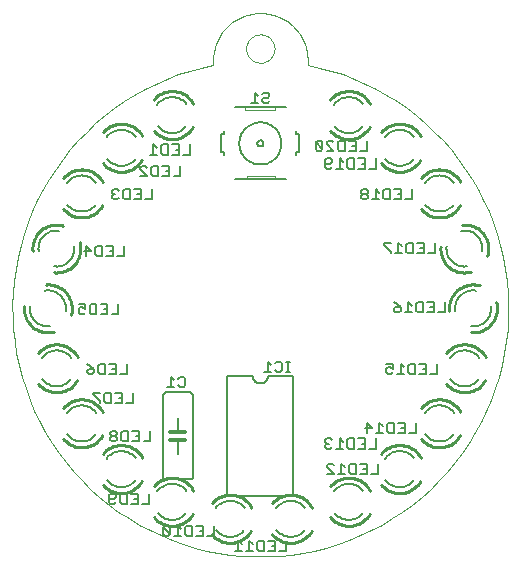
<source format=gbo>
G75*
G70*
%OFA0B0*%
%FSLAX24Y24*%
%IPPOS*%
%LPD*%
%AMOC8*
5,1,8,0,0,1.08239X$1,22.5*
%
%ADD10C,0.0000*%
%ADD11C,0.0060*%
%ADD12C,0.0100*%
%ADD13C,0.0020*%
%ADD14C,0.0120*%
D10*
X008826Y018518D02*
X008432Y018431D01*
X008043Y018326D01*
X007660Y018201D01*
X007283Y018059D01*
X006913Y017897D01*
X006552Y017719D01*
X006200Y017522D01*
X005858Y017309D01*
X005527Y017079D01*
X005207Y016834D01*
X004900Y016573D01*
X004605Y016298D01*
X004325Y016008D01*
X004059Y015705D01*
X003808Y015390D01*
X003572Y015063D01*
X003353Y014724D01*
X003151Y014376D01*
X002966Y014018D01*
X002798Y013651D01*
X002649Y013276D01*
X002518Y012895D01*
X002406Y012508D01*
X002313Y012116D01*
X002239Y011720D01*
X002184Y011320D01*
X002149Y010919D01*
X002134Y010516D01*
X002138Y010113D01*
X002162Y009710D01*
X002205Y009310D01*
X002268Y008911D01*
X002351Y008517D01*
X002452Y008127D01*
X002572Y007742D01*
X002711Y007364D01*
X002868Y006992D01*
X003043Y006629D01*
X003236Y006275D01*
X003446Y005931D01*
X003672Y005597D01*
X003914Y005275D01*
X004171Y004965D01*
X004444Y004668D01*
X004730Y004384D01*
X005030Y004115D01*
X005343Y003860D01*
X005668Y003622D01*
X006004Y003399D01*
X006351Y003193D01*
X006707Y003004D01*
X007072Y002833D01*
X007444Y002680D01*
X007824Y002545D01*
X008210Y002429D01*
X008601Y002331D01*
X008997Y002253D01*
X009396Y002194D01*
X009797Y002155D01*
X010199Y002135D01*
X010603Y002135D01*
X011005Y002155D01*
X011406Y002194D01*
X011805Y002253D01*
X012201Y002331D01*
X012592Y002429D01*
X012978Y002545D01*
X013358Y002680D01*
X013730Y002833D01*
X014095Y003004D01*
X014451Y003193D01*
X014798Y003399D01*
X015134Y003622D01*
X015459Y003860D01*
X015772Y004115D01*
X016072Y004384D01*
X016358Y004668D01*
X016631Y004965D01*
X016888Y005275D01*
X017130Y005597D01*
X017356Y005931D01*
X017566Y006275D01*
X017759Y006629D01*
X017934Y006992D01*
X018091Y007364D01*
X018230Y007742D01*
X018350Y008127D01*
X018451Y008517D01*
X018534Y008911D01*
X018597Y009310D01*
X018640Y009710D01*
X018664Y010113D01*
X018668Y010516D01*
X018653Y010919D01*
X018618Y011320D01*
X018563Y011720D01*
X018489Y012116D01*
X018396Y012508D01*
X018284Y012895D01*
X018153Y013276D01*
X018004Y013651D01*
X017836Y014018D01*
X017651Y014376D01*
X017449Y014724D01*
X017230Y015063D01*
X016994Y015390D01*
X016743Y015705D01*
X016477Y016008D01*
X016197Y016298D01*
X015902Y016573D01*
X015595Y016834D01*
X015275Y017079D01*
X014944Y017309D01*
X014602Y017522D01*
X014250Y017719D01*
X013889Y017897D01*
X013519Y018059D01*
X013142Y018201D01*
X012759Y018326D01*
X012370Y018431D01*
X011976Y018518D01*
X011976Y018669D01*
X011974Y018746D01*
X011968Y018823D01*
X011959Y018900D01*
X011946Y018976D01*
X011929Y019052D01*
X011908Y019126D01*
X011884Y019200D01*
X011856Y019272D01*
X011825Y019342D01*
X011790Y019411D01*
X011752Y019479D01*
X011711Y019544D01*
X011666Y019607D01*
X011618Y019668D01*
X011568Y019727D01*
X011515Y019783D01*
X011459Y019836D01*
X011400Y019886D01*
X011339Y019934D01*
X011276Y019979D01*
X011211Y020020D01*
X011143Y020058D01*
X011074Y020093D01*
X011004Y020124D01*
X010932Y020152D01*
X010858Y020176D01*
X010784Y020197D01*
X010708Y020214D01*
X010632Y020227D01*
X010555Y020236D01*
X010478Y020242D01*
X010401Y020244D01*
X009929Y019063D02*
X009931Y019106D01*
X009937Y019148D01*
X009947Y019190D01*
X009960Y019231D01*
X009977Y019271D01*
X009998Y019308D01*
X010022Y019344D01*
X010049Y019377D01*
X010079Y019408D01*
X010112Y019436D01*
X010147Y019461D01*
X010184Y019482D01*
X010223Y019500D01*
X010263Y019514D01*
X010305Y019525D01*
X010347Y019532D01*
X010390Y019535D01*
X010433Y019534D01*
X010476Y019529D01*
X010518Y019520D01*
X010559Y019508D01*
X010599Y019492D01*
X010637Y019472D01*
X010673Y019449D01*
X010707Y019422D01*
X010739Y019393D01*
X010767Y019361D01*
X010793Y019326D01*
X010815Y019290D01*
X010834Y019251D01*
X010849Y019211D01*
X010861Y019170D01*
X010869Y019127D01*
X010873Y019084D01*
X010873Y019042D01*
X010869Y018999D01*
X010861Y018956D01*
X010849Y018915D01*
X010834Y018875D01*
X010815Y018836D01*
X010793Y018800D01*
X010767Y018765D01*
X010739Y018733D01*
X010707Y018704D01*
X010673Y018677D01*
X010637Y018654D01*
X010599Y018634D01*
X010559Y018618D01*
X010518Y018606D01*
X010476Y018597D01*
X010433Y018592D01*
X010390Y018591D01*
X010347Y018594D01*
X010305Y018601D01*
X010263Y018612D01*
X010223Y018626D01*
X010184Y018644D01*
X010147Y018665D01*
X010112Y018690D01*
X010079Y018718D01*
X010049Y018749D01*
X010022Y018782D01*
X009998Y018818D01*
X009977Y018855D01*
X009960Y018895D01*
X009947Y018936D01*
X009937Y018978D01*
X009931Y019020D01*
X009929Y019063D01*
X008826Y018669D02*
X008828Y018746D01*
X008834Y018823D01*
X008843Y018900D01*
X008856Y018976D01*
X008873Y019052D01*
X008894Y019126D01*
X008918Y019200D01*
X008946Y019272D01*
X008977Y019342D01*
X009012Y019411D01*
X009050Y019479D01*
X009091Y019544D01*
X009136Y019607D01*
X009184Y019668D01*
X009234Y019727D01*
X009287Y019783D01*
X009343Y019836D01*
X009402Y019886D01*
X009463Y019934D01*
X009526Y019979D01*
X009591Y020020D01*
X009659Y020058D01*
X009728Y020093D01*
X009798Y020124D01*
X009870Y020152D01*
X009944Y020176D01*
X010018Y020197D01*
X010094Y020214D01*
X010170Y020227D01*
X010247Y020236D01*
X010324Y020242D01*
X010401Y020244D01*
X008826Y018669D02*
X008826Y018518D01*
D11*
X005346Y004169D02*
X005346Y003942D01*
X005402Y003885D01*
X005516Y003885D01*
X005572Y003942D01*
X005516Y004055D02*
X005346Y004055D01*
X005346Y004169D02*
X005402Y004225D01*
X005516Y004225D01*
X005572Y004169D01*
X005572Y004112D01*
X005516Y004055D01*
X005714Y003942D02*
X005714Y004169D01*
X005771Y004225D01*
X005941Y004225D01*
X005941Y003885D01*
X005771Y003885D01*
X005714Y003942D01*
X006082Y003885D02*
X006309Y003885D01*
X006309Y004225D01*
X006082Y004225D01*
X006196Y004055D02*
X006309Y004055D01*
X006451Y003885D02*
X006677Y003885D01*
X006677Y004225D01*
X007251Y004701D02*
X008051Y004701D01*
X008068Y004703D01*
X008085Y004707D01*
X008101Y004714D01*
X008115Y004724D01*
X008128Y004737D01*
X008138Y004751D01*
X008145Y004767D01*
X008149Y004784D01*
X008151Y004801D01*
X008151Y007501D01*
X008149Y007518D01*
X008145Y007535D01*
X008138Y007551D01*
X008128Y007565D01*
X008115Y007578D01*
X008101Y007588D01*
X008085Y007595D01*
X008068Y007599D01*
X008051Y007601D01*
X007251Y007601D01*
X007234Y007599D01*
X007217Y007595D01*
X007201Y007588D01*
X007187Y007578D01*
X007174Y007565D01*
X007164Y007551D01*
X007157Y007535D01*
X007153Y007518D01*
X007151Y007501D01*
X007151Y004801D01*
X007153Y004784D01*
X007157Y004767D01*
X007164Y004751D01*
X007174Y004737D01*
X007187Y004724D01*
X007201Y004714D01*
X007217Y004707D01*
X007234Y004703D01*
X007251Y004701D01*
X007931Y003587D02*
X007901Y003552D01*
X007870Y003519D01*
X007835Y003489D01*
X007799Y003462D01*
X007761Y003438D01*
X007721Y003416D01*
X007679Y003398D01*
X007636Y003382D01*
X007592Y003370D01*
X007548Y003362D01*
X007502Y003357D01*
X007457Y003355D01*
X007333Y003157D02*
X007219Y003157D01*
X007163Y003100D01*
X007389Y002873D01*
X007333Y002817D01*
X007219Y002817D01*
X007163Y002873D01*
X007163Y003100D01*
X007333Y003157D02*
X007389Y003100D01*
X007389Y002873D01*
X007531Y002817D02*
X007758Y002817D01*
X007644Y002817D02*
X007644Y003157D01*
X007758Y003044D01*
X007899Y003100D02*
X007956Y003157D01*
X008126Y003157D01*
X008126Y002817D01*
X007956Y002817D01*
X007899Y002873D01*
X007899Y003100D01*
X008268Y003157D02*
X008494Y003157D01*
X008494Y002817D01*
X008268Y002817D01*
X008381Y002987D02*
X008494Y002987D01*
X008636Y002817D02*
X008863Y002817D01*
X008863Y003157D01*
X009393Y002787D02*
X009438Y002789D01*
X009484Y002794D01*
X009528Y002802D01*
X009572Y002814D01*
X009615Y002830D01*
X009657Y002848D01*
X009697Y002870D01*
X009735Y002894D01*
X009771Y002921D01*
X009806Y002951D01*
X009837Y002984D01*
X009867Y003019D01*
X010036Y002657D02*
X010036Y002317D01*
X009923Y002317D02*
X010150Y002317D01*
X010291Y002373D02*
X010291Y002600D01*
X010348Y002657D01*
X010518Y002657D01*
X010518Y002317D01*
X010348Y002317D01*
X010291Y002373D01*
X010150Y002544D02*
X010036Y002657D01*
X009782Y002544D02*
X009668Y002657D01*
X009668Y002317D01*
X009555Y002317D02*
X009782Y002317D01*
X010660Y002317D02*
X010886Y002317D01*
X010886Y002657D01*
X010660Y002657D01*
X010773Y002487D02*
X010886Y002487D01*
X011028Y002317D02*
X011255Y002317D01*
X011255Y002657D01*
X011410Y002787D02*
X011455Y002789D01*
X011501Y002794D01*
X011545Y002802D01*
X011589Y002814D01*
X011632Y002830D01*
X011674Y002848D01*
X011714Y002870D01*
X011752Y002894D01*
X011788Y002921D01*
X011823Y002951D01*
X011854Y002984D01*
X011884Y003019D01*
X011410Y002787D02*
X011365Y002789D01*
X011319Y002794D01*
X011275Y002802D01*
X011231Y002814D01*
X011188Y002830D01*
X011146Y002848D01*
X011106Y002870D01*
X011068Y002894D01*
X011032Y002921D01*
X010997Y002951D01*
X010966Y002984D01*
X010936Y003019D01*
X011410Y003987D02*
X011456Y003985D01*
X011502Y003980D01*
X011548Y003971D01*
X011593Y003959D01*
X011636Y003943D01*
X011678Y003924D01*
X011719Y003901D01*
X011758Y003876D01*
X011794Y003848D01*
X011829Y003817D01*
X011861Y003783D01*
X011890Y003747D01*
X011501Y004151D02*
X009301Y004151D01*
X009301Y008151D01*
X010151Y008151D01*
X010153Y008121D01*
X010158Y008091D01*
X010167Y008062D01*
X010180Y008035D01*
X010195Y008009D01*
X010214Y007985D01*
X010235Y007964D01*
X010259Y007945D01*
X010285Y007930D01*
X010312Y007917D01*
X010341Y007908D01*
X010371Y007903D01*
X010401Y007901D01*
X010431Y007903D01*
X010461Y007908D01*
X010490Y007917D01*
X010517Y007930D01*
X010543Y007945D01*
X010567Y007964D01*
X010588Y007985D01*
X010607Y008009D01*
X010622Y008035D01*
X010635Y008062D01*
X010644Y008091D01*
X010649Y008121D01*
X010651Y008151D01*
X011501Y008151D01*
X011501Y004151D01*
X011410Y003987D02*
X011363Y003985D01*
X011315Y003979D01*
X011269Y003970D01*
X011223Y003957D01*
X011179Y003941D01*
X011135Y003921D01*
X011094Y003897D01*
X011055Y003871D01*
X011018Y003841D01*
X010983Y003808D01*
X010951Y003773D01*
X010922Y003736D01*
X009393Y002787D02*
X009348Y002789D01*
X009302Y002794D01*
X009258Y002802D01*
X009214Y002814D01*
X009171Y002830D01*
X009129Y002848D01*
X009089Y002870D01*
X009051Y002894D01*
X009015Y002921D01*
X008980Y002951D01*
X008949Y002984D01*
X008919Y003019D01*
X009393Y003987D02*
X009439Y003985D01*
X009485Y003980D01*
X009531Y003971D01*
X009576Y003959D01*
X009619Y003943D01*
X009661Y003924D01*
X009702Y003901D01*
X009741Y003876D01*
X009777Y003848D01*
X009812Y003817D01*
X009844Y003783D01*
X009873Y003747D01*
X009393Y003987D02*
X009346Y003985D01*
X009298Y003979D01*
X009252Y003970D01*
X009206Y003957D01*
X009162Y003941D01*
X009118Y003921D01*
X009077Y003897D01*
X009038Y003871D01*
X009001Y003841D01*
X008966Y003808D01*
X008934Y003773D01*
X008905Y003736D01*
X007457Y003355D02*
X007412Y003357D01*
X007366Y003362D01*
X007322Y003370D01*
X007278Y003382D01*
X007235Y003398D01*
X007193Y003416D01*
X007153Y003438D01*
X007115Y003462D01*
X007079Y003489D01*
X007044Y003519D01*
X007013Y003552D01*
X006983Y003587D01*
X007457Y004555D02*
X007503Y004553D01*
X007549Y004548D01*
X007595Y004539D01*
X007640Y004527D01*
X007683Y004511D01*
X007725Y004492D01*
X007766Y004469D01*
X007805Y004444D01*
X007841Y004416D01*
X007876Y004385D01*
X007908Y004351D01*
X007937Y004315D01*
X007457Y004555D02*
X007410Y004553D01*
X007362Y004547D01*
X007316Y004538D01*
X007270Y004525D01*
X007226Y004509D01*
X007182Y004489D01*
X007141Y004465D01*
X007102Y004439D01*
X007065Y004409D01*
X007030Y004376D01*
X006998Y004341D01*
X006969Y004304D01*
X006235Y004678D02*
X006205Y004643D01*
X006174Y004610D01*
X006139Y004580D01*
X006103Y004553D01*
X006065Y004529D01*
X006025Y004507D01*
X005983Y004489D01*
X005940Y004473D01*
X005896Y004461D01*
X005852Y004453D01*
X005806Y004448D01*
X005761Y004446D01*
X005716Y004448D01*
X005670Y004453D01*
X005626Y004461D01*
X005582Y004473D01*
X005539Y004489D01*
X005497Y004507D01*
X005457Y004529D01*
X005419Y004553D01*
X005383Y004580D01*
X005348Y004610D01*
X005317Y004643D01*
X005287Y004678D01*
X005761Y005646D02*
X005807Y005644D01*
X005853Y005639D01*
X005899Y005630D01*
X005944Y005618D01*
X005987Y005602D01*
X006029Y005583D01*
X006070Y005560D01*
X006109Y005535D01*
X006145Y005507D01*
X006180Y005476D01*
X006212Y005442D01*
X006241Y005406D01*
X006135Y005976D02*
X006362Y005976D01*
X006362Y006316D01*
X006135Y006316D01*
X005994Y006316D02*
X005824Y006316D01*
X005767Y006259D01*
X005767Y006032D01*
X005824Y005976D01*
X005994Y005976D01*
X005994Y006316D01*
X005626Y006259D02*
X005626Y006202D01*
X005569Y006146D01*
X005455Y006146D01*
X005399Y006089D01*
X005399Y006032D01*
X005455Y005976D01*
X005569Y005976D01*
X005626Y006032D01*
X005626Y006089D01*
X005569Y006146D01*
X005455Y006146D02*
X005399Y006202D01*
X005399Y006259D01*
X005455Y006316D01*
X005569Y006316D01*
X005626Y006259D01*
X006249Y006146D02*
X006362Y006146D01*
X006504Y005976D02*
X006731Y005976D01*
X006731Y006316D01*
X007651Y006271D02*
X007651Y006751D01*
X007651Y006021D02*
X007651Y005551D01*
X006160Y007250D02*
X005933Y007250D01*
X005791Y007250D02*
X005564Y007250D01*
X005423Y007250D02*
X005253Y007250D01*
X005196Y007307D01*
X005196Y007534D01*
X005253Y007590D01*
X005423Y007590D01*
X005423Y007250D01*
X005678Y007420D02*
X005791Y007420D01*
X005791Y007590D02*
X005791Y007250D01*
X005791Y007590D02*
X005564Y007590D01*
X005055Y007590D02*
X004828Y007590D01*
X004828Y007534D01*
X005055Y007307D01*
X005055Y007250D01*
X004914Y006202D02*
X004884Y006167D01*
X004853Y006134D01*
X004818Y006104D01*
X004782Y006077D01*
X004744Y006053D01*
X004704Y006031D01*
X004662Y006013D01*
X004619Y005997D01*
X004575Y005985D01*
X004531Y005977D01*
X004485Y005972D01*
X004440Y005970D01*
X004395Y005972D01*
X004349Y005977D01*
X004305Y005985D01*
X004261Y005997D01*
X004218Y006013D01*
X004176Y006031D01*
X004136Y006053D01*
X004098Y006077D01*
X004062Y006104D01*
X004027Y006134D01*
X003996Y006167D01*
X003966Y006202D01*
X004440Y007170D02*
X004486Y007168D01*
X004532Y007163D01*
X004578Y007154D01*
X004623Y007142D01*
X004666Y007126D01*
X004708Y007107D01*
X004749Y007084D01*
X004788Y007059D01*
X004824Y007031D01*
X004859Y007000D01*
X004891Y006966D01*
X004920Y006930D01*
X004440Y007170D02*
X004393Y007168D01*
X004345Y007162D01*
X004299Y007153D01*
X004253Y007140D01*
X004209Y007124D01*
X004165Y007104D01*
X004124Y007080D01*
X004085Y007054D01*
X004048Y007024D01*
X004013Y006991D01*
X003981Y006956D01*
X003952Y006919D01*
X004672Y008210D02*
X004615Y008266D01*
X004615Y008323D01*
X004672Y008380D01*
X004842Y008380D01*
X004842Y008266D01*
X004785Y008210D01*
X004672Y008210D01*
X004842Y008380D02*
X004728Y008493D01*
X004615Y008550D01*
X004983Y008493D02*
X005040Y008550D01*
X005210Y008550D01*
X005210Y008210D01*
X005040Y008210D01*
X004983Y008266D01*
X004983Y008493D01*
X005352Y008550D02*
X005578Y008550D01*
X005578Y008210D01*
X005352Y008210D01*
X005465Y008380D02*
X005578Y008380D01*
X005720Y008210D02*
X005947Y008210D01*
X005947Y008550D01*
X006160Y007590D02*
X006160Y007250D01*
X007301Y007781D02*
X007528Y007781D01*
X007415Y007781D02*
X007415Y008122D01*
X007528Y008008D01*
X007669Y008065D02*
X007726Y008122D01*
X007840Y008122D01*
X007896Y008065D01*
X007896Y007838D01*
X007840Y007781D01*
X007726Y007781D01*
X007669Y007838D01*
X005670Y010207D02*
X005443Y010207D01*
X005302Y010207D02*
X005302Y010547D01*
X005075Y010547D01*
X004933Y010547D02*
X004933Y010207D01*
X004763Y010207D01*
X004706Y010264D01*
X004706Y010490D01*
X004763Y010547D01*
X004933Y010547D01*
X005188Y010377D02*
X005302Y010377D01*
X005302Y010207D02*
X005075Y010207D01*
X004565Y010264D02*
X004508Y010207D01*
X004395Y010207D01*
X004338Y010264D01*
X004338Y010377D01*
X004395Y010434D01*
X004452Y010434D01*
X004565Y010377D01*
X004565Y010547D01*
X004338Y010547D01*
X003389Y009806D02*
X003344Y009802D01*
X003299Y009801D01*
X003253Y009804D01*
X003208Y009811D01*
X003164Y009820D01*
X003120Y009833D01*
X003078Y009850D01*
X003037Y009869D01*
X002997Y009892D01*
X002960Y009918D01*
X002924Y009946D01*
X002891Y009977D01*
X002860Y010010D01*
X002832Y010046D01*
X002806Y010083D01*
X002783Y010123D01*
X002764Y010164D01*
X002747Y010206D01*
X002734Y010250D01*
X002725Y010294D01*
X002718Y010339D01*
X002715Y010385D01*
X002716Y010430D01*
X002720Y010475D01*
X003739Y010825D02*
X003771Y010791D01*
X003800Y010755D01*
X003825Y010716D01*
X003848Y010676D01*
X003868Y010634D01*
X003884Y010591D01*
X003897Y010546D01*
X003907Y010501D01*
X003913Y010455D01*
X003915Y010409D01*
X003914Y010362D01*
X003909Y010316D01*
X003739Y010825D02*
X003704Y010858D01*
X003667Y010887D01*
X003627Y010913D01*
X003586Y010936D01*
X003543Y010956D01*
X003498Y010972D01*
X003452Y010985D01*
X003406Y010994D01*
X003358Y010999D01*
X003311Y011001D01*
X003263Y010999D01*
X003216Y010993D01*
X004026Y011974D02*
X004057Y012007D01*
X004085Y012043D01*
X004111Y012080D01*
X004134Y012120D01*
X004153Y012161D01*
X004170Y012203D01*
X004183Y012247D01*
X004192Y012291D01*
X004199Y012336D01*
X004202Y012382D01*
X004201Y012427D01*
X004197Y012472D01*
X004527Y012314D02*
X004754Y012314D01*
X004584Y012484D01*
X004584Y012144D01*
X004895Y012201D02*
X004895Y012428D01*
X004952Y012484D01*
X005122Y012484D01*
X005122Y012144D01*
X004952Y012144D01*
X004895Y012201D01*
X005264Y012144D02*
X005491Y012144D01*
X005491Y012484D01*
X005264Y012484D01*
X005377Y012314D02*
X005491Y012314D01*
X005632Y012144D02*
X005859Y012144D01*
X005859Y012484D01*
X005878Y014038D02*
X005821Y014094D01*
X005821Y014321D01*
X005878Y014378D01*
X006048Y014378D01*
X006048Y014038D01*
X005878Y014038D01*
X005680Y014094D02*
X005623Y014038D01*
X005510Y014038D01*
X005453Y014094D01*
X005453Y014151D01*
X005510Y014208D01*
X005566Y014208D01*
X005510Y014208D02*
X005453Y014264D01*
X005453Y014321D01*
X005510Y014378D01*
X005623Y014378D01*
X005680Y014321D01*
X006189Y014378D02*
X006416Y014378D01*
X006416Y014038D01*
X006189Y014038D01*
X006303Y014208D02*
X006416Y014208D01*
X006558Y014038D02*
X006785Y014038D01*
X006785Y014378D01*
X006824Y014812D02*
X006767Y014869D01*
X006767Y015096D01*
X006824Y015152D01*
X006994Y015152D01*
X006994Y014812D01*
X006824Y014812D01*
X006626Y014812D02*
X006399Y015039D01*
X006399Y015096D01*
X006455Y015152D01*
X006569Y015152D01*
X006626Y015096D01*
X006626Y014812D02*
X006399Y014812D01*
X006721Y015527D02*
X006947Y015527D01*
X006834Y015527D02*
X006834Y015868D01*
X006947Y015754D01*
X007089Y015811D02*
X007089Y015584D01*
X007146Y015527D01*
X007316Y015527D01*
X007316Y015868D01*
X007146Y015868D01*
X007089Y015811D01*
X007457Y015868D02*
X007684Y015868D01*
X007684Y015527D01*
X007457Y015527D01*
X007571Y015698D02*
X007684Y015698D01*
X007826Y015527D02*
X008052Y015527D01*
X008052Y015868D01*
X007731Y015152D02*
X007731Y014812D01*
X007504Y014812D01*
X007362Y014812D02*
X007362Y015152D01*
X007135Y015152D01*
X007249Y014982D02*
X007362Y014982D01*
X007362Y014812D02*
X007135Y014812D01*
X006235Y015389D02*
X006205Y015354D01*
X006174Y015321D01*
X006139Y015291D01*
X006103Y015264D01*
X006065Y015240D01*
X006025Y015218D01*
X005983Y015200D01*
X005940Y015184D01*
X005896Y015172D01*
X005852Y015164D01*
X005806Y015159D01*
X005761Y015157D01*
X005716Y015159D01*
X005670Y015164D01*
X005626Y015172D01*
X005582Y015184D01*
X005539Y015200D01*
X005497Y015218D01*
X005457Y015240D01*
X005419Y015264D01*
X005383Y015291D01*
X005348Y015321D01*
X005317Y015354D01*
X005287Y015389D01*
X005761Y016357D02*
X005807Y016355D01*
X005853Y016350D01*
X005899Y016341D01*
X005944Y016329D01*
X005987Y016313D01*
X006029Y016294D01*
X006070Y016271D01*
X006109Y016246D01*
X006145Y016218D01*
X006180Y016187D01*
X006212Y016153D01*
X006241Y016117D01*
X005761Y016357D02*
X005714Y016355D01*
X005666Y016349D01*
X005620Y016340D01*
X005574Y016327D01*
X005530Y016311D01*
X005486Y016291D01*
X005445Y016267D01*
X005406Y016241D01*
X005369Y016211D01*
X005334Y016178D01*
X005302Y016143D01*
X005273Y016106D01*
X004914Y013865D02*
X004884Y013830D01*
X004853Y013797D01*
X004818Y013767D01*
X004782Y013740D01*
X004744Y013716D01*
X004704Y013694D01*
X004662Y013676D01*
X004619Y013660D01*
X004575Y013648D01*
X004531Y013640D01*
X004485Y013635D01*
X004440Y013633D01*
X004395Y013635D01*
X004349Y013640D01*
X004305Y013648D01*
X004261Y013660D01*
X004218Y013676D01*
X004176Y013694D01*
X004136Y013716D01*
X004098Y013740D01*
X004062Y013767D01*
X004027Y013797D01*
X003996Y013830D01*
X003966Y013865D01*
X004440Y014833D02*
X004486Y014831D01*
X004532Y014826D01*
X004578Y014817D01*
X004623Y014805D01*
X004666Y014789D01*
X004708Y014770D01*
X004749Y014747D01*
X004788Y014722D01*
X004824Y014694D01*
X004859Y014663D01*
X004891Y014629D01*
X004920Y014593D01*
X004440Y014833D02*
X004393Y014831D01*
X004345Y014825D01*
X004299Y014816D01*
X004253Y014803D01*
X004209Y014787D01*
X004165Y014767D01*
X004124Y014743D01*
X004085Y014717D01*
X004048Y014687D01*
X004013Y014654D01*
X003981Y014619D01*
X003952Y014582D01*
X004026Y011974D02*
X003993Y011943D01*
X003957Y011915D01*
X003920Y011889D01*
X003880Y011866D01*
X003839Y011847D01*
X003797Y011830D01*
X003753Y011817D01*
X003709Y011808D01*
X003664Y011801D01*
X003618Y011798D01*
X003573Y011799D01*
X003528Y011803D01*
X003178Y012822D02*
X003212Y012854D01*
X003248Y012883D01*
X003287Y012908D01*
X003327Y012931D01*
X003369Y012951D01*
X003412Y012967D01*
X003457Y012980D01*
X003502Y012990D01*
X003548Y012996D01*
X003594Y012998D01*
X003641Y012997D01*
X003687Y012992D01*
X003178Y012822D02*
X003145Y012787D01*
X003116Y012750D01*
X003090Y012710D01*
X003067Y012669D01*
X003047Y012626D01*
X003031Y012581D01*
X003018Y012535D01*
X003009Y012489D01*
X003004Y012441D01*
X003002Y012394D01*
X003004Y012346D01*
X003010Y012299D01*
X005670Y010547D02*
X005670Y010207D01*
X004076Y008037D02*
X004046Y008002D01*
X004015Y007969D01*
X003980Y007939D01*
X003944Y007912D01*
X003906Y007888D01*
X003866Y007866D01*
X003824Y007848D01*
X003781Y007832D01*
X003737Y007820D01*
X003693Y007812D01*
X003647Y007807D01*
X003602Y007805D01*
X003557Y007807D01*
X003511Y007812D01*
X003467Y007820D01*
X003423Y007832D01*
X003380Y007848D01*
X003338Y007866D01*
X003298Y007888D01*
X003260Y007912D01*
X003224Y007939D01*
X003189Y007969D01*
X003158Y008002D01*
X003128Y008037D01*
X003602Y009005D02*
X003648Y009003D01*
X003694Y008998D01*
X003740Y008989D01*
X003785Y008977D01*
X003828Y008961D01*
X003870Y008942D01*
X003911Y008919D01*
X003950Y008894D01*
X003986Y008866D01*
X004021Y008835D01*
X004053Y008801D01*
X004082Y008765D01*
X003602Y009005D02*
X003555Y009003D01*
X003507Y008997D01*
X003461Y008988D01*
X003415Y008975D01*
X003371Y008959D01*
X003327Y008939D01*
X003286Y008915D01*
X003247Y008889D01*
X003210Y008859D01*
X003175Y008826D01*
X003143Y008791D01*
X003114Y008754D01*
X005273Y005395D02*
X005302Y005432D01*
X005334Y005467D01*
X005369Y005500D01*
X005406Y005530D01*
X005445Y005556D01*
X005486Y005580D01*
X005530Y005600D01*
X005574Y005616D01*
X005620Y005629D01*
X005666Y005638D01*
X005714Y005644D01*
X005761Y005646D01*
X010531Y008291D02*
X010757Y008291D01*
X010644Y008291D02*
X010644Y008632D01*
X010757Y008518D01*
X010899Y008575D02*
X010956Y008632D01*
X011069Y008632D01*
X011126Y008575D01*
X011126Y008348D01*
X011069Y008291D01*
X010956Y008291D01*
X010899Y008348D01*
X011258Y008291D02*
X011371Y008291D01*
X011315Y008291D02*
X011315Y008632D01*
X011371Y008632D02*
X011258Y008632D01*
X012619Y006066D02*
X012562Y006009D01*
X012562Y005952D01*
X012619Y005896D01*
X012562Y005839D01*
X012562Y005782D01*
X012619Y005726D01*
X012732Y005726D01*
X012789Y005782D01*
X012930Y005726D02*
X013157Y005726D01*
X013044Y005726D02*
X013044Y006066D01*
X013157Y005952D01*
X013299Y006009D02*
X013355Y006066D01*
X013525Y006066D01*
X013525Y005726D01*
X013355Y005726D01*
X013299Y005782D01*
X013299Y006009D01*
X013667Y006066D02*
X013894Y006066D01*
X013894Y005726D01*
X013667Y005726D01*
X013780Y005896D02*
X013894Y005896D01*
X014035Y005726D02*
X014262Y005726D01*
X014262Y006066D01*
X014251Y006250D02*
X014478Y006250D01*
X014365Y006250D02*
X014365Y006590D01*
X014478Y006477D01*
X014619Y006534D02*
X014619Y006307D01*
X014676Y006250D01*
X014846Y006250D01*
X014846Y006590D01*
X014676Y006590D01*
X014619Y006534D01*
X014988Y006590D02*
X015215Y006590D01*
X015215Y006250D01*
X014988Y006250D01*
X015101Y006420D02*
X015215Y006420D01*
X015356Y006250D02*
X015583Y006250D01*
X015583Y006590D01*
X016363Y005970D02*
X016408Y005972D01*
X016454Y005977D01*
X016498Y005985D01*
X016542Y005997D01*
X016585Y006013D01*
X016627Y006031D01*
X016667Y006053D01*
X016705Y006077D01*
X016741Y006104D01*
X016776Y006134D01*
X016807Y006167D01*
X016837Y006202D01*
X016363Y005970D02*
X016318Y005972D01*
X016272Y005977D01*
X016228Y005985D01*
X016184Y005997D01*
X016141Y006013D01*
X016099Y006031D01*
X016059Y006053D01*
X016021Y006077D01*
X015985Y006104D01*
X015950Y006134D01*
X015919Y006167D01*
X015889Y006202D01*
X016363Y007170D02*
X016409Y007168D01*
X016455Y007163D01*
X016501Y007154D01*
X016546Y007142D01*
X016589Y007126D01*
X016631Y007107D01*
X016672Y007084D01*
X016711Y007059D01*
X016747Y007031D01*
X016782Y007000D01*
X016814Y006966D01*
X016843Y006930D01*
X016363Y007170D02*
X016316Y007168D01*
X016268Y007162D01*
X016222Y007153D01*
X016176Y007140D01*
X016132Y007124D01*
X016088Y007104D01*
X016047Y007080D01*
X016008Y007054D01*
X015971Y007024D01*
X015936Y006991D01*
X015904Y006956D01*
X015875Y006919D01*
X015928Y008210D02*
X015701Y008210D01*
X015559Y008210D02*
X015389Y008210D01*
X015332Y008266D01*
X015332Y008493D01*
X015389Y008550D01*
X015559Y008550D01*
X015559Y008210D01*
X015191Y008210D02*
X014964Y008210D01*
X015077Y008210D02*
X015077Y008550D01*
X015191Y008437D01*
X014823Y008380D02*
X014709Y008437D01*
X014652Y008437D01*
X014596Y008380D01*
X014596Y008266D01*
X014652Y008210D01*
X014766Y008210D01*
X014823Y008266D01*
X014823Y008380D02*
X014823Y008550D01*
X014596Y008550D01*
X015701Y008550D02*
X015928Y008550D01*
X015928Y008210D01*
X016069Y008210D02*
X016296Y008210D01*
X016296Y008550D01*
X015928Y008380D02*
X015814Y008380D01*
X017201Y007805D02*
X017246Y007807D01*
X017292Y007812D01*
X017336Y007820D01*
X017380Y007832D01*
X017423Y007848D01*
X017465Y007866D01*
X017505Y007888D01*
X017543Y007912D01*
X017579Y007939D01*
X017614Y007969D01*
X017645Y008002D01*
X017675Y008037D01*
X017201Y007805D02*
X017156Y007807D01*
X017110Y007812D01*
X017066Y007820D01*
X017022Y007832D01*
X016979Y007848D01*
X016937Y007866D01*
X016897Y007888D01*
X016859Y007912D01*
X016823Y007939D01*
X016788Y007969D01*
X016757Y008002D01*
X016727Y008037D01*
X017201Y009005D02*
X017247Y009003D01*
X017293Y008998D01*
X017339Y008989D01*
X017384Y008977D01*
X017427Y008961D01*
X017469Y008942D01*
X017510Y008919D01*
X017549Y008894D01*
X017585Y008866D01*
X017620Y008835D01*
X017652Y008801D01*
X017681Y008765D01*
X017201Y009005D02*
X017154Y009003D01*
X017106Y008997D01*
X017060Y008988D01*
X017014Y008975D01*
X016970Y008959D01*
X016926Y008939D01*
X016885Y008915D01*
X016846Y008889D01*
X016809Y008859D01*
X016774Y008826D01*
X016742Y008791D01*
X016713Y008754D01*
X016545Y010270D02*
X016318Y010270D01*
X016177Y010270D02*
X015950Y010270D01*
X015808Y010270D02*
X015638Y010270D01*
X015581Y010327D01*
X015581Y010554D01*
X015638Y010610D01*
X015808Y010610D01*
X015808Y010270D01*
X016063Y010440D02*
X016177Y010440D01*
X016177Y010610D02*
X016177Y010270D01*
X016177Y010610D02*
X015950Y010610D01*
X015440Y010497D02*
X015327Y010610D01*
X015327Y010270D01*
X015440Y010270D02*
X015213Y010270D01*
X015072Y010327D02*
X015072Y010440D01*
X014902Y010440D01*
X014845Y010383D01*
X014845Y010327D01*
X014902Y010270D01*
X015015Y010270D01*
X015072Y010327D01*
X015072Y010440D02*
X014958Y010554D01*
X014845Y010610D01*
X014881Y012241D02*
X015108Y012241D01*
X014995Y012241D02*
X014995Y012582D01*
X015108Y012468D01*
X015250Y012525D02*
X015306Y012582D01*
X015476Y012582D01*
X015476Y012241D01*
X015306Y012241D01*
X015250Y012298D01*
X015250Y012525D01*
X015618Y012582D02*
X015845Y012582D01*
X015845Y012241D01*
X015618Y012241D01*
X015731Y012412D02*
X015845Y012412D01*
X015986Y012241D02*
X016213Y012241D01*
X016213Y012582D01*
X016606Y012472D02*
X016602Y012427D01*
X016601Y012382D01*
X016604Y012336D01*
X016611Y012291D01*
X016620Y012247D01*
X016633Y012203D01*
X016650Y012161D01*
X016669Y012120D01*
X016692Y012080D01*
X016718Y012043D01*
X016746Y012007D01*
X016777Y011974D01*
X017795Y012313D02*
X017800Y012359D01*
X017801Y012406D01*
X017799Y012452D01*
X017793Y012498D01*
X017783Y012543D01*
X017770Y012588D01*
X017754Y012631D01*
X017734Y012673D01*
X017711Y012713D01*
X017686Y012752D01*
X017657Y012788D01*
X017625Y012822D01*
X017275Y011803D02*
X017230Y011799D01*
X017185Y011798D01*
X017139Y011801D01*
X017094Y011808D01*
X017050Y011817D01*
X017006Y011830D01*
X016964Y011847D01*
X016923Y011866D01*
X016883Y011889D01*
X016846Y011915D01*
X016810Y011943D01*
X016777Y011974D01*
X017102Y012990D02*
X017149Y012996D01*
X017197Y012998D01*
X017244Y012996D01*
X017292Y012991D01*
X017338Y012982D01*
X017384Y012969D01*
X017429Y012953D01*
X017472Y012933D01*
X017513Y012910D01*
X017553Y012884D01*
X017590Y012855D01*
X017625Y012822D01*
X016837Y013865D02*
X016807Y013830D01*
X016776Y013797D01*
X016741Y013767D01*
X016705Y013740D01*
X016667Y013716D01*
X016627Y013694D01*
X016585Y013676D01*
X016542Y013660D01*
X016498Y013648D01*
X016454Y013640D01*
X016408Y013635D01*
X016363Y013633D01*
X016318Y013635D01*
X016272Y013640D01*
X016228Y013648D01*
X016184Y013660D01*
X016141Y013676D01*
X016099Y013694D01*
X016059Y013716D01*
X016021Y013740D01*
X015985Y013767D01*
X015950Y013797D01*
X015919Y013830D01*
X015889Y013865D01*
X015458Y014038D02*
X015231Y014038D01*
X015090Y014038D02*
X014863Y014038D01*
X014721Y014038D02*
X014551Y014038D01*
X014494Y014094D01*
X014494Y014321D01*
X014551Y014378D01*
X014721Y014378D01*
X014721Y014038D01*
X014353Y014038D02*
X014126Y014038D01*
X014240Y014038D02*
X014240Y014378D01*
X014353Y014264D01*
X013985Y014264D02*
X013985Y014321D01*
X013928Y014378D01*
X013815Y014378D01*
X013758Y014321D01*
X013758Y014264D01*
X013815Y014208D01*
X013928Y014208D01*
X013985Y014264D01*
X013928Y014208D02*
X013985Y014151D01*
X013985Y014094D01*
X013928Y014038D01*
X013815Y014038D01*
X013758Y014094D01*
X013758Y014151D01*
X013815Y014208D01*
X013894Y015062D02*
X013667Y015062D01*
X013525Y015062D02*
X013355Y015062D01*
X013299Y015119D01*
X013299Y015346D01*
X013355Y015402D01*
X013525Y015402D01*
X013525Y015062D01*
X013780Y015232D02*
X013894Y015232D01*
X013894Y015402D02*
X013894Y015062D01*
X014035Y015062D02*
X014262Y015062D01*
X014262Y015402D01*
X013940Y015652D02*
X013713Y015652D01*
X013572Y015652D02*
X013345Y015652D01*
X013204Y015652D02*
X013204Y015993D01*
X013033Y015993D01*
X012977Y015936D01*
X012977Y015709D01*
X013033Y015652D01*
X013204Y015652D01*
X013044Y015402D02*
X013044Y015062D01*
X013157Y015062D02*
X012930Y015062D01*
X012789Y015119D02*
X012732Y015062D01*
X012619Y015062D01*
X012562Y015119D01*
X012562Y015346D01*
X012619Y015402D01*
X012732Y015402D01*
X012789Y015346D01*
X012789Y015289D01*
X012732Y015232D01*
X012562Y015232D01*
X012608Y015652D02*
X012835Y015652D01*
X012608Y015879D01*
X012608Y015936D01*
X012665Y015993D01*
X012779Y015993D01*
X012835Y015936D01*
X012467Y015936D02*
X012467Y015709D01*
X012240Y015936D01*
X012240Y015709D01*
X012297Y015652D01*
X012410Y015652D01*
X012467Y015709D01*
X012467Y015936D02*
X012410Y015993D01*
X012297Y015993D01*
X012240Y015936D01*
X011701Y016201D02*
X011701Y015601D01*
X011601Y015601D01*
X011601Y015501D01*
X011601Y016201D02*
X011601Y016301D01*
X011601Y016201D02*
X011701Y016201D01*
X011251Y017101D02*
X010901Y017101D01*
X009901Y017101D01*
X009551Y017101D01*
X010101Y017256D02*
X010328Y017256D01*
X010215Y017256D02*
X010215Y017597D01*
X010328Y017483D01*
X010469Y017540D02*
X010526Y017597D01*
X010640Y017597D01*
X010696Y017540D01*
X010696Y017483D01*
X010640Y017426D01*
X010526Y017426D01*
X010469Y017370D01*
X010469Y017313D01*
X010526Y017256D01*
X010640Y017256D01*
X010696Y017313D01*
X010301Y015901D02*
X010303Y015921D01*
X010309Y015939D01*
X010318Y015957D01*
X010330Y015972D01*
X010345Y015984D01*
X010363Y015993D01*
X010381Y015999D01*
X010401Y016001D01*
X010421Y015999D01*
X010439Y015993D01*
X010457Y015984D01*
X010472Y015972D01*
X010484Y015957D01*
X010493Y015939D01*
X010499Y015921D01*
X010501Y015901D01*
X010499Y015881D01*
X010493Y015863D01*
X010484Y015845D01*
X010472Y015830D01*
X010457Y015818D01*
X010439Y015809D01*
X010421Y015803D01*
X010401Y015801D01*
X010381Y015803D01*
X010363Y015809D01*
X010345Y015818D01*
X010330Y015830D01*
X010318Y015845D01*
X010309Y015863D01*
X010303Y015881D01*
X010301Y015901D01*
X009701Y015901D02*
X009703Y015953D01*
X009709Y016005D01*
X009719Y016057D01*
X009732Y016107D01*
X009749Y016157D01*
X009770Y016205D01*
X009795Y016251D01*
X009823Y016295D01*
X009854Y016337D01*
X009888Y016377D01*
X009925Y016414D01*
X009965Y016448D01*
X010007Y016479D01*
X010051Y016507D01*
X010097Y016532D01*
X010145Y016553D01*
X010195Y016570D01*
X010245Y016583D01*
X010297Y016593D01*
X010349Y016599D01*
X010401Y016601D01*
X010453Y016599D01*
X010505Y016593D01*
X010557Y016583D01*
X010607Y016570D01*
X010657Y016553D01*
X010705Y016532D01*
X010751Y016507D01*
X010795Y016479D01*
X010837Y016448D01*
X010877Y016414D01*
X010914Y016377D01*
X010948Y016337D01*
X010979Y016295D01*
X011007Y016251D01*
X011032Y016205D01*
X011053Y016157D01*
X011070Y016107D01*
X011083Y016057D01*
X011093Y016005D01*
X011099Y015953D01*
X011101Y015901D01*
X011099Y015849D01*
X011093Y015797D01*
X011083Y015745D01*
X011070Y015695D01*
X011053Y015645D01*
X011032Y015597D01*
X011007Y015551D01*
X010979Y015507D01*
X010948Y015465D01*
X010914Y015425D01*
X010877Y015388D01*
X010837Y015354D01*
X010795Y015323D01*
X010751Y015295D01*
X010705Y015270D01*
X010657Y015249D01*
X010607Y015232D01*
X010557Y015219D01*
X010505Y015209D01*
X010453Y015203D01*
X010401Y015201D01*
X010349Y015203D01*
X010297Y015209D01*
X010245Y015219D01*
X010195Y015232D01*
X010145Y015249D01*
X010097Y015270D01*
X010051Y015295D01*
X010007Y015323D01*
X009965Y015354D01*
X009925Y015388D01*
X009888Y015425D01*
X009854Y015465D01*
X009823Y015507D01*
X009795Y015551D01*
X009770Y015597D01*
X009749Y015645D01*
X009732Y015695D01*
X009719Y015745D01*
X009709Y015797D01*
X009703Y015849D01*
X009701Y015901D01*
X009201Y015601D02*
X009201Y015501D01*
X009201Y015601D02*
X009101Y015601D01*
X009101Y016201D01*
X009201Y016201D01*
X009201Y016301D01*
X009551Y014701D02*
X009951Y014701D01*
X010901Y014701D01*
X011251Y014701D01*
X013044Y015402D02*
X013157Y015289D01*
X013667Y015402D02*
X013894Y015402D01*
X013940Y015652D02*
X013940Y015993D01*
X013572Y015993D02*
X013572Y015652D01*
X013572Y015823D02*
X013458Y015823D01*
X013345Y015993D02*
X013572Y015993D01*
X013345Y016247D02*
X013390Y016249D01*
X013436Y016254D01*
X013480Y016262D01*
X013524Y016274D01*
X013567Y016290D01*
X013609Y016308D01*
X013649Y016330D01*
X013687Y016354D01*
X013723Y016381D01*
X013758Y016411D01*
X013789Y016444D01*
X013819Y016479D01*
X013345Y016247D02*
X013300Y016249D01*
X013254Y016254D01*
X013210Y016262D01*
X013166Y016274D01*
X013123Y016290D01*
X013081Y016308D01*
X013041Y016330D01*
X013003Y016354D01*
X012967Y016381D01*
X012932Y016411D01*
X012901Y016444D01*
X012871Y016479D01*
X013345Y017447D02*
X013391Y017445D01*
X013437Y017440D01*
X013483Y017431D01*
X013528Y017419D01*
X013571Y017403D01*
X013613Y017384D01*
X013654Y017361D01*
X013693Y017336D01*
X013729Y017308D01*
X013764Y017277D01*
X013796Y017243D01*
X013825Y017207D01*
X013345Y017447D02*
X013298Y017445D01*
X013250Y017439D01*
X013204Y017430D01*
X013158Y017417D01*
X013114Y017401D01*
X013070Y017381D01*
X013029Y017357D01*
X012990Y017331D01*
X012953Y017301D01*
X012918Y017268D01*
X012886Y017233D01*
X012857Y017196D01*
X015042Y015157D02*
X015087Y015159D01*
X015133Y015164D01*
X015177Y015172D01*
X015221Y015184D01*
X015264Y015200D01*
X015306Y015218D01*
X015346Y015240D01*
X015384Y015264D01*
X015420Y015291D01*
X015455Y015321D01*
X015486Y015354D01*
X015516Y015389D01*
X015042Y015157D02*
X014997Y015159D01*
X014951Y015164D01*
X014907Y015172D01*
X014863Y015184D01*
X014820Y015200D01*
X014778Y015218D01*
X014738Y015240D01*
X014700Y015264D01*
X014664Y015291D01*
X014629Y015321D01*
X014598Y015354D01*
X014568Y015389D01*
X015042Y016357D02*
X015088Y016355D01*
X015134Y016350D01*
X015180Y016341D01*
X015225Y016329D01*
X015268Y016313D01*
X015310Y016294D01*
X015351Y016271D01*
X015390Y016246D01*
X015426Y016218D01*
X015461Y016187D01*
X015493Y016153D01*
X015522Y016117D01*
X015042Y016357D02*
X014995Y016355D01*
X014947Y016349D01*
X014901Y016340D01*
X014855Y016327D01*
X014811Y016311D01*
X014767Y016291D01*
X014726Y016267D01*
X014687Y016241D01*
X014650Y016211D01*
X014615Y016178D01*
X014583Y016143D01*
X014554Y016106D01*
X014863Y014378D02*
X015090Y014378D01*
X015090Y014038D01*
X015090Y014208D02*
X014976Y014208D01*
X015458Y014378D02*
X015458Y014038D01*
X016363Y014833D02*
X016409Y014831D01*
X016455Y014826D01*
X016501Y014817D01*
X016546Y014805D01*
X016589Y014789D01*
X016631Y014770D01*
X016672Y014747D01*
X016711Y014722D01*
X016747Y014694D01*
X016782Y014663D01*
X016814Y014629D01*
X016843Y014593D01*
X016363Y014833D02*
X016316Y014831D01*
X016268Y014825D01*
X016222Y014816D01*
X016176Y014803D01*
X016132Y014787D01*
X016088Y014767D01*
X016047Y014743D01*
X016008Y014717D01*
X015971Y014687D01*
X015936Y014654D01*
X015904Y014619D01*
X015875Y014582D01*
X014740Y012582D02*
X014513Y012582D01*
X014513Y012525D01*
X014740Y012298D01*
X014740Y012241D01*
X016545Y010610D02*
X016545Y010270D01*
X017912Y009977D02*
X017943Y010010D01*
X017971Y010046D01*
X017997Y010083D01*
X018020Y010123D01*
X018039Y010164D01*
X018056Y010206D01*
X018069Y010250D01*
X018078Y010294D01*
X018085Y010339D01*
X018088Y010385D01*
X018087Y010430D01*
X018083Y010475D01*
X017912Y009977D02*
X017879Y009946D01*
X017843Y009918D01*
X017806Y009892D01*
X017766Y009869D01*
X017725Y009850D01*
X017683Y009833D01*
X017639Y009820D01*
X017595Y009811D01*
X017550Y009804D01*
X017504Y009801D01*
X017459Y009802D01*
X017414Y009806D01*
X017064Y010825D02*
X017098Y010857D01*
X017134Y010886D01*
X017173Y010911D01*
X017213Y010934D01*
X017255Y010954D01*
X017298Y010970D01*
X017343Y010983D01*
X017388Y010993D01*
X017434Y010999D01*
X017480Y011001D01*
X017527Y011000D01*
X017573Y010995D01*
X017064Y010825D02*
X017031Y010790D01*
X017002Y010753D01*
X016976Y010713D01*
X016953Y010672D01*
X016933Y010629D01*
X016917Y010584D01*
X016904Y010538D01*
X016895Y010492D01*
X016890Y010444D01*
X016888Y010397D01*
X016890Y010349D01*
X016896Y010302D01*
X013940Y006590D02*
X014110Y006420D01*
X013883Y006420D01*
X013940Y006250D02*
X013940Y006590D01*
X012789Y006009D02*
X012732Y006066D01*
X012619Y006066D01*
X012619Y005896D02*
X012675Y005896D01*
X012672Y005225D02*
X012785Y005225D01*
X012842Y005169D01*
X012672Y005225D02*
X012615Y005169D01*
X012615Y005112D01*
X012842Y004885D01*
X012615Y004885D01*
X012983Y004885D02*
X013210Y004885D01*
X013097Y004885D02*
X013097Y005225D01*
X013210Y005112D01*
X013352Y005169D02*
X013352Y004942D01*
X013408Y004885D01*
X013579Y004885D01*
X013579Y005225D01*
X013408Y005225D01*
X013352Y005169D01*
X013720Y005225D02*
X013947Y005225D01*
X013947Y004885D01*
X013720Y004885D01*
X013833Y005055D02*
X013947Y005055D01*
X014088Y004885D02*
X014315Y004885D01*
X014315Y005225D01*
X015042Y004446D02*
X015087Y004448D01*
X015133Y004453D01*
X015177Y004461D01*
X015221Y004473D01*
X015264Y004489D01*
X015306Y004507D01*
X015346Y004529D01*
X015384Y004553D01*
X015420Y004580D01*
X015455Y004610D01*
X015486Y004643D01*
X015516Y004678D01*
X015042Y004446D02*
X014997Y004448D01*
X014951Y004453D01*
X014907Y004461D01*
X014863Y004473D01*
X014820Y004489D01*
X014778Y004507D01*
X014738Y004529D01*
X014700Y004553D01*
X014664Y004580D01*
X014629Y004610D01*
X014598Y004643D01*
X014568Y004678D01*
X015042Y005646D02*
X015088Y005644D01*
X015134Y005639D01*
X015180Y005630D01*
X015225Y005618D01*
X015268Y005602D01*
X015310Y005583D01*
X015351Y005560D01*
X015390Y005535D01*
X015426Y005507D01*
X015461Y005476D01*
X015493Y005442D01*
X015522Y005406D01*
X015042Y005646D02*
X014995Y005644D01*
X014947Y005638D01*
X014901Y005629D01*
X014855Y005616D01*
X014811Y005600D01*
X014767Y005580D01*
X014726Y005556D01*
X014687Y005530D01*
X014650Y005500D01*
X014615Y005467D01*
X014583Y005432D01*
X014554Y005395D01*
X013819Y003587D02*
X013789Y003552D01*
X013758Y003519D01*
X013723Y003489D01*
X013687Y003462D01*
X013649Y003438D01*
X013609Y003416D01*
X013567Y003398D01*
X013524Y003382D01*
X013480Y003370D01*
X013436Y003362D01*
X013390Y003357D01*
X013345Y003355D01*
X013300Y003357D01*
X013254Y003362D01*
X013210Y003370D01*
X013166Y003382D01*
X013123Y003398D01*
X013081Y003416D01*
X013041Y003438D01*
X013003Y003462D01*
X012967Y003489D01*
X012932Y003519D01*
X012901Y003552D01*
X012871Y003587D01*
X013345Y004555D02*
X013391Y004553D01*
X013437Y004548D01*
X013483Y004539D01*
X013528Y004527D01*
X013571Y004511D01*
X013613Y004492D01*
X013654Y004469D01*
X013693Y004444D01*
X013729Y004416D01*
X013764Y004385D01*
X013796Y004351D01*
X013825Y004315D01*
X013345Y004555D02*
X013298Y004553D01*
X013250Y004547D01*
X013204Y004538D01*
X013158Y004525D01*
X013114Y004509D01*
X013070Y004489D01*
X013029Y004465D01*
X012990Y004439D01*
X012953Y004409D01*
X012918Y004376D01*
X012886Y004341D01*
X012857Y004304D01*
X007457Y016247D02*
X007502Y016249D01*
X007548Y016254D01*
X007592Y016262D01*
X007636Y016274D01*
X007679Y016290D01*
X007721Y016308D01*
X007761Y016330D01*
X007799Y016354D01*
X007835Y016381D01*
X007870Y016411D01*
X007901Y016444D01*
X007931Y016479D01*
X007457Y016247D02*
X007412Y016249D01*
X007366Y016254D01*
X007322Y016262D01*
X007278Y016274D01*
X007235Y016290D01*
X007193Y016308D01*
X007153Y016330D01*
X007115Y016354D01*
X007079Y016381D01*
X007044Y016411D01*
X007013Y016444D01*
X006983Y016479D01*
X007457Y017447D02*
X007503Y017445D01*
X007549Y017440D01*
X007595Y017431D01*
X007640Y017419D01*
X007683Y017403D01*
X007725Y017384D01*
X007766Y017361D01*
X007805Y017336D01*
X007841Y017308D01*
X007876Y017277D01*
X007908Y017243D01*
X007937Y017207D01*
X007457Y017447D02*
X007410Y017445D01*
X007362Y017439D01*
X007316Y017430D01*
X007270Y017417D01*
X007226Y017401D01*
X007182Y017381D01*
X007141Y017357D01*
X007102Y017331D01*
X007065Y017301D01*
X007030Y017268D01*
X006998Y017233D01*
X006969Y017196D01*
D12*
X007457Y017647D02*
X007511Y017645D01*
X007565Y017640D01*
X007618Y017631D01*
X007671Y017618D01*
X007722Y017602D01*
X007772Y017582D01*
X007821Y017559D01*
X007869Y017533D01*
X007914Y017504D01*
X007957Y017471D01*
X007998Y017436D01*
X008037Y017398D01*
X008073Y017358D01*
X008106Y017315D01*
X008136Y017270D01*
X008163Y017223D01*
X008152Y016450D02*
X008122Y016402D01*
X008089Y016357D01*
X008053Y016314D01*
X008015Y016273D01*
X007973Y016236D01*
X007929Y016201D01*
X007883Y016170D01*
X007834Y016141D01*
X007784Y016117D01*
X007732Y016096D01*
X007678Y016078D01*
X007624Y016065D01*
X007569Y016055D01*
X007513Y016049D01*
X007457Y016047D01*
X007404Y016049D01*
X007350Y016054D01*
X007298Y016063D01*
X007246Y016075D01*
X007195Y016091D01*
X007145Y016110D01*
X007096Y016133D01*
X007049Y016159D01*
X007004Y016187D01*
X006961Y016219D01*
X006921Y016253D01*
X006882Y016291D01*
X006846Y016330D01*
X006842Y017359D02*
X006878Y017399D01*
X006917Y017437D01*
X006958Y017472D01*
X007001Y017504D01*
X007046Y017534D01*
X007093Y017560D01*
X007142Y017582D01*
X007193Y017602D01*
X007244Y017618D01*
X007296Y017631D01*
X007350Y017640D01*
X007403Y017645D01*
X007457Y017647D01*
X006456Y015360D02*
X006426Y015312D01*
X006393Y015267D01*
X006357Y015224D01*
X006319Y015183D01*
X006277Y015146D01*
X006233Y015111D01*
X006187Y015080D01*
X006138Y015051D01*
X006088Y015027D01*
X006036Y015006D01*
X005982Y014988D01*
X005928Y014975D01*
X005873Y014965D01*
X005817Y014959D01*
X005761Y014957D01*
X005708Y014959D01*
X005654Y014964D01*
X005602Y014973D01*
X005550Y014985D01*
X005499Y015001D01*
X005449Y015020D01*
X005400Y015043D01*
X005353Y015069D01*
X005308Y015097D01*
X005265Y015129D01*
X005225Y015163D01*
X005186Y015201D01*
X005150Y015240D01*
X005760Y016557D02*
X005814Y016555D01*
X005868Y016550D01*
X005921Y016541D01*
X005974Y016528D01*
X006025Y016512D01*
X006075Y016492D01*
X006124Y016469D01*
X006172Y016443D01*
X006217Y016414D01*
X006260Y016381D01*
X006301Y016346D01*
X006340Y016308D01*
X006376Y016268D01*
X006409Y016225D01*
X006439Y016180D01*
X006466Y016133D01*
X005761Y016557D02*
X005707Y016555D01*
X005654Y016550D01*
X005600Y016541D01*
X005548Y016528D01*
X005497Y016512D01*
X005446Y016492D01*
X005397Y016470D01*
X005350Y016444D01*
X005305Y016414D01*
X005262Y016382D01*
X005221Y016347D01*
X005182Y016309D01*
X005146Y016269D01*
X005135Y013836D02*
X005105Y013788D01*
X005072Y013743D01*
X005036Y013700D01*
X004998Y013659D01*
X004956Y013622D01*
X004912Y013587D01*
X004866Y013556D01*
X004817Y013527D01*
X004767Y013503D01*
X004715Y013482D01*
X004661Y013464D01*
X004607Y013451D01*
X004552Y013441D01*
X004496Y013435D01*
X004440Y013433D01*
X004387Y013435D01*
X004333Y013440D01*
X004281Y013449D01*
X004229Y013461D01*
X004178Y013477D01*
X004128Y013496D01*
X004079Y013519D01*
X004032Y013545D01*
X003987Y013573D01*
X003944Y013605D01*
X003904Y013639D01*
X003865Y013677D01*
X003829Y013716D01*
X004440Y015033D02*
X004494Y015031D01*
X004548Y015026D01*
X004601Y015017D01*
X004654Y015004D01*
X004705Y014988D01*
X004755Y014968D01*
X004804Y014945D01*
X004852Y014919D01*
X004897Y014890D01*
X004940Y014857D01*
X004981Y014822D01*
X005020Y014784D01*
X005056Y014744D01*
X005089Y014701D01*
X005119Y014656D01*
X005146Y014609D01*
X004440Y015033D02*
X004386Y015031D01*
X004333Y015026D01*
X004279Y015017D01*
X004227Y015004D01*
X004176Y014988D01*
X004125Y014968D01*
X004076Y014946D01*
X004029Y014920D01*
X003984Y014890D01*
X003941Y014858D01*
X003900Y014823D01*
X003861Y014785D01*
X003825Y014745D01*
X004374Y012608D02*
X004387Y012554D01*
X004396Y012499D01*
X004401Y012443D01*
X004402Y012387D01*
X004399Y012331D01*
X004392Y012275D01*
X004382Y012220D01*
X004368Y012166D01*
X004349Y012113D01*
X004328Y012061D01*
X004302Y012011D01*
X004273Y011963D01*
X004241Y011917D01*
X004206Y011873D01*
X004168Y011832D01*
X004129Y011796D01*
X004087Y011762D01*
X004044Y011731D01*
X003998Y011703D01*
X003951Y011678D01*
X003902Y011656D01*
X003852Y011638D01*
X003801Y011623D01*
X003748Y011612D01*
X003696Y011603D01*
X003642Y011599D01*
X003589Y011598D01*
X003536Y011601D01*
X003036Y012964D02*
X003076Y013001D01*
X003118Y013035D01*
X003162Y013066D01*
X003208Y013094D01*
X003256Y013119D01*
X003305Y013141D01*
X003356Y013159D01*
X003408Y013174D01*
X003461Y013185D01*
X003514Y013193D01*
X003568Y013197D01*
X003622Y013198D01*
X003676Y013195D01*
X003730Y013188D01*
X003783Y013177D01*
X003835Y013163D01*
X003036Y012964D02*
X003000Y012924D01*
X002965Y012883D01*
X002934Y012839D01*
X002906Y012793D01*
X002881Y012745D01*
X002859Y012696D01*
X002841Y012645D01*
X002826Y012593D01*
X002815Y012540D01*
X002807Y012487D01*
X002803Y012433D01*
X002802Y012379D01*
X002805Y012326D01*
X002518Y010467D02*
X002515Y010414D01*
X002516Y010361D01*
X002520Y010307D01*
X002529Y010255D01*
X002540Y010202D01*
X002555Y010151D01*
X002573Y010101D01*
X002595Y010052D01*
X002620Y010005D01*
X002648Y009959D01*
X002679Y009916D01*
X002713Y009874D01*
X002749Y009835D01*
X002790Y009797D01*
X002834Y009762D01*
X002880Y009730D01*
X002928Y009701D01*
X002978Y009675D01*
X003030Y009654D01*
X003083Y009635D01*
X003137Y009621D01*
X003192Y009611D01*
X003248Y009604D01*
X003304Y009601D01*
X003360Y009602D01*
X003416Y009607D01*
X003471Y009616D01*
X003525Y009629D01*
X004080Y010168D02*
X004094Y010220D01*
X004105Y010273D01*
X004112Y010327D01*
X004115Y010381D01*
X004114Y010435D01*
X004110Y010489D01*
X004102Y010542D01*
X004091Y010595D01*
X004076Y010647D01*
X004058Y010698D01*
X004036Y010747D01*
X004011Y010795D01*
X003983Y010841D01*
X003952Y010885D01*
X003918Y010927D01*
X003881Y010967D01*
X003841Y011003D01*
X003800Y011038D01*
X003756Y011069D01*
X003710Y011097D01*
X003662Y011122D01*
X003613Y011144D01*
X003562Y011162D01*
X003510Y011177D01*
X003457Y011188D01*
X003404Y011196D01*
X003350Y011200D01*
X003296Y011201D01*
X003243Y011198D01*
X004297Y008008D02*
X004267Y007960D01*
X004234Y007915D01*
X004198Y007872D01*
X004160Y007831D01*
X004118Y007794D01*
X004074Y007759D01*
X004028Y007728D01*
X003979Y007699D01*
X003929Y007675D01*
X003877Y007654D01*
X003823Y007636D01*
X003769Y007623D01*
X003714Y007613D01*
X003658Y007607D01*
X003602Y007605D01*
X003549Y007607D01*
X003495Y007612D01*
X003443Y007621D01*
X003391Y007633D01*
X003340Y007649D01*
X003290Y007668D01*
X003241Y007691D01*
X003194Y007717D01*
X003149Y007745D01*
X003106Y007777D01*
X003066Y007811D01*
X003027Y007849D01*
X002991Y007888D01*
X003602Y009205D02*
X003656Y009203D01*
X003710Y009198D01*
X003763Y009189D01*
X003816Y009176D01*
X003867Y009160D01*
X003917Y009140D01*
X003966Y009117D01*
X004014Y009091D01*
X004059Y009062D01*
X004102Y009029D01*
X004143Y008994D01*
X004182Y008956D01*
X004218Y008916D01*
X004251Y008873D01*
X004281Y008828D01*
X004308Y008781D01*
X003602Y009205D02*
X003548Y009203D01*
X003495Y009198D01*
X003441Y009189D01*
X003389Y009176D01*
X003338Y009160D01*
X003287Y009140D01*
X003238Y009118D01*
X003191Y009092D01*
X003146Y009062D01*
X003103Y009030D01*
X003062Y008995D01*
X003023Y008957D01*
X002987Y008917D01*
X003829Y006053D02*
X003865Y006014D01*
X003904Y005976D01*
X003944Y005942D01*
X003987Y005910D01*
X004032Y005882D01*
X004079Y005856D01*
X004128Y005833D01*
X004178Y005814D01*
X004229Y005798D01*
X004281Y005786D01*
X004333Y005777D01*
X004387Y005772D01*
X004440Y005770D01*
X004496Y005772D01*
X004552Y005778D01*
X004607Y005788D01*
X004661Y005801D01*
X004715Y005819D01*
X004767Y005840D01*
X004817Y005864D01*
X004866Y005893D01*
X004912Y005924D01*
X004956Y005959D01*
X004998Y005996D01*
X005036Y006037D01*
X005072Y006080D01*
X005105Y006125D01*
X005135Y006173D01*
X004440Y007370D02*
X004386Y007368D01*
X004333Y007363D01*
X004279Y007354D01*
X004227Y007341D01*
X004176Y007325D01*
X004125Y007305D01*
X004076Y007283D01*
X004029Y007257D01*
X003984Y007227D01*
X003941Y007195D01*
X003900Y007160D01*
X003861Y007122D01*
X003825Y007082D01*
X004440Y007370D02*
X004494Y007368D01*
X004548Y007363D01*
X004601Y007354D01*
X004654Y007341D01*
X004705Y007325D01*
X004755Y007305D01*
X004804Y007282D01*
X004852Y007256D01*
X004897Y007227D01*
X004940Y007194D01*
X004981Y007159D01*
X005020Y007121D01*
X005056Y007081D01*
X005089Y007038D01*
X005119Y006993D01*
X005146Y006946D01*
X005150Y004529D02*
X005186Y004490D01*
X005225Y004452D01*
X005265Y004418D01*
X005308Y004386D01*
X005353Y004358D01*
X005400Y004332D01*
X005449Y004309D01*
X005499Y004290D01*
X005550Y004274D01*
X005602Y004262D01*
X005654Y004253D01*
X005708Y004248D01*
X005761Y004246D01*
X005817Y004248D01*
X005873Y004254D01*
X005928Y004264D01*
X005982Y004277D01*
X006036Y004295D01*
X006088Y004316D01*
X006138Y004340D01*
X006187Y004369D01*
X006233Y004400D01*
X006277Y004435D01*
X006319Y004472D01*
X006357Y004513D01*
X006393Y004556D01*
X006426Y004601D01*
X006456Y004649D01*
X005761Y005846D02*
X005707Y005844D01*
X005654Y005839D01*
X005600Y005830D01*
X005548Y005817D01*
X005497Y005801D01*
X005446Y005781D01*
X005397Y005759D01*
X005350Y005733D01*
X005305Y005703D01*
X005262Y005671D01*
X005221Y005636D01*
X005182Y005598D01*
X005146Y005558D01*
X005760Y005846D02*
X005814Y005844D01*
X005868Y005839D01*
X005921Y005830D01*
X005974Y005817D01*
X006025Y005801D01*
X006075Y005781D01*
X006124Y005758D01*
X006172Y005732D01*
X006217Y005703D01*
X006260Y005670D01*
X006301Y005635D01*
X006340Y005597D01*
X006376Y005557D01*
X006409Y005514D01*
X006439Y005469D01*
X006466Y005422D01*
X006846Y003438D02*
X006882Y003399D01*
X006921Y003361D01*
X006961Y003327D01*
X007004Y003295D01*
X007049Y003267D01*
X007096Y003241D01*
X007145Y003218D01*
X007195Y003199D01*
X007246Y003183D01*
X007298Y003171D01*
X007350Y003162D01*
X007404Y003157D01*
X007457Y003155D01*
X007513Y003157D01*
X007569Y003163D01*
X007624Y003173D01*
X007678Y003186D01*
X007732Y003204D01*
X007784Y003225D01*
X007834Y003249D01*
X007883Y003278D01*
X007929Y003309D01*
X007973Y003344D01*
X008015Y003381D01*
X008053Y003422D01*
X008089Y003465D01*
X008122Y003510D01*
X008152Y003558D01*
X007457Y004755D02*
X007403Y004753D01*
X007350Y004748D01*
X007296Y004739D01*
X007244Y004726D01*
X007193Y004710D01*
X007142Y004690D01*
X007093Y004668D01*
X007046Y004642D01*
X007001Y004612D01*
X006958Y004580D01*
X006917Y004545D01*
X006878Y004507D01*
X006842Y004467D01*
X007457Y004755D02*
X007511Y004753D01*
X007565Y004748D01*
X007618Y004739D01*
X007671Y004726D01*
X007722Y004710D01*
X007772Y004690D01*
X007821Y004667D01*
X007869Y004641D01*
X007914Y004612D01*
X007957Y004579D01*
X007998Y004544D01*
X008037Y004506D01*
X008073Y004466D01*
X008106Y004423D01*
X008136Y004378D01*
X008163Y004331D01*
X009393Y004187D02*
X009447Y004185D01*
X009501Y004180D01*
X009554Y004171D01*
X009607Y004158D01*
X009658Y004142D01*
X009708Y004122D01*
X009757Y004099D01*
X009805Y004073D01*
X009850Y004044D01*
X009893Y004011D01*
X009934Y003976D01*
X009973Y003938D01*
X010009Y003898D01*
X010042Y003855D01*
X010072Y003810D01*
X010099Y003763D01*
X010088Y002990D02*
X010058Y002942D01*
X010025Y002897D01*
X009989Y002854D01*
X009951Y002813D01*
X009909Y002776D01*
X009865Y002741D01*
X009819Y002710D01*
X009770Y002681D01*
X009720Y002657D01*
X009668Y002636D01*
X009614Y002618D01*
X009560Y002605D01*
X009505Y002595D01*
X009449Y002589D01*
X009393Y002587D01*
X009340Y002589D01*
X009286Y002594D01*
X009234Y002603D01*
X009182Y002615D01*
X009131Y002631D01*
X009081Y002650D01*
X009032Y002673D01*
X008985Y002699D01*
X008940Y002727D01*
X008897Y002759D01*
X008857Y002793D01*
X008818Y002831D01*
X008782Y002870D01*
X008778Y003899D02*
X008814Y003939D01*
X008853Y003977D01*
X008894Y004012D01*
X008937Y004044D01*
X008982Y004074D01*
X009029Y004100D01*
X009078Y004122D01*
X009129Y004142D01*
X009180Y004158D01*
X009232Y004171D01*
X009286Y004180D01*
X009339Y004185D01*
X009393Y004187D01*
X011410Y004187D02*
X011464Y004185D01*
X011518Y004180D01*
X011571Y004171D01*
X011624Y004158D01*
X011675Y004142D01*
X011725Y004122D01*
X011774Y004099D01*
X011822Y004073D01*
X011867Y004044D01*
X011910Y004011D01*
X011951Y003976D01*
X011990Y003938D01*
X012026Y003898D01*
X012059Y003855D01*
X012089Y003810D01*
X012116Y003763D01*
X012105Y002990D02*
X012075Y002942D01*
X012042Y002897D01*
X012006Y002854D01*
X011968Y002813D01*
X011926Y002776D01*
X011882Y002741D01*
X011836Y002710D01*
X011787Y002681D01*
X011737Y002657D01*
X011685Y002636D01*
X011631Y002618D01*
X011577Y002605D01*
X011522Y002595D01*
X011466Y002589D01*
X011410Y002587D01*
X011357Y002589D01*
X011303Y002594D01*
X011251Y002603D01*
X011199Y002615D01*
X011148Y002631D01*
X011098Y002650D01*
X011049Y002673D01*
X011002Y002699D01*
X010957Y002727D01*
X010914Y002759D01*
X010874Y002793D01*
X010835Y002831D01*
X010799Y002870D01*
X010795Y003899D02*
X010831Y003939D01*
X010870Y003977D01*
X010911Y004012D01*
X010954Y004044D01*
X010999Y004074D01*
X011046Y004100D01*
X011095Y004122D01*
X011146Y004142D01*
X011197Y004158D01*
X011249Y004171D01*
X011303Y004180D01*
X011356Y004185D01*
X011410Y004187D01*
X013345Y004755D02*
X013399Y004753D01*
X013453Y004748D01*
X013506Y004739D01*
X013559Y004726D01*
X013610Y004710D01*
X013660Y004690D01*
X013709Y004667D01*
X013757Y004641D01*
X013802Y004612D01*
X013845Y004579D01*
X013886Y004544D01*
X013925Y004506D01*
X013961Y004466D01*
X013994Y004423D01*
X014024Y004378D01*
X014051Y004331D01*
X014040Y003558D02*
X014010Y003510D01*
X013977Y003465D01*
X013941Y003422D01*
X013903Y003381D01*
X013861Y003344D01*
X013817Y003309D01*
X013771Y003278D01*
X013722Y003249D01*
X013672Y003225D01*
X013620Y003204D01*
X013566Y003186D01*
X013512Y003173D01*
X013457Y003163D01*
X013401Y003157D01*
X013345Y003155D01*
X013292Y003157D01*
X013238Y003162D01*
X013186Y003171D01*
X013134Y003183D01*
X013083Y003199D01*
X013033Y003218D01*
X012984Y003241D01*
X012937Y003267D01*
X012892Y003295D01*
X012849Y003327D01*
X012809Y003361D01*
X012770Y003399D01*
X012734Y003438D01*
X012730Y004467D02*
X012766Y004507D01*
X012805Y004545D01*
X012846Y004580D01*
X012889Y004612D01*
X012934Y004642D01*
X012981Y004668D01*
X013030Y004690D01*
X013081Y004710D01*
X013132Y004726D01*
X013184Y004739D01*
X013238Y004748D01*
X013291Y004753D01*
X013345Y004755D01*
X015042Y005846D02*
X015096Y005844D01*
X015150Y005839D01*
X015203Y005830D01*
X015256Y005817D01*
X015307Y005801D01*
X015357Y005781D01*
X015406Y005758D01*
X015454Y005732D01*
X015499Y005703D01*
X015542Y005670D01*
X015583Y005635D01*
X015622Y005597D01*
X015658Y005557D01*
X015691Y005514D01*
X015721Y005469D01*
X015748Y005422D01*
X015737Y004649D02*
X015707Y004601D01*
X015674Y004556D01*
X015638Y004513D01*
X015600Y004472D01*
X015558Y004435D01*
X015514Y004400D01*
X015468Y004369D01*
X015419Y004340D01*
X015369Y004316D01*
X015317Y004295D01*
X015263Y004277D01*
X015209Y004264D01*
X015154Y004254D01*
X015098Y004248D01*
X015042Y004246D01*
X014989Y004248D01*
X014935Y004253D01*
X014883Y004262D01*
X014831Y004274D01*
X014780Y004290D01*
X014730Y004309D01*
X014681Y004332D01*
X014634Y004358D01*
X014589Y004386D01*
X014546Y004418D01*
X014506Y004452D01*
X014467Y004490D01*
X014431Y004529D01*
X014427Y005558D02*
X014463Y005598D01*
X014502Y005636D01*
X014543Y005671D01*
X014586Y005703D01*
X014631Y005733D01*
X014678Y005759D01*
X014727Y005781D01*
X014778Y005801D01*
X014829Y005817D01*
X014881Y005830D01*
X014935Y005839D01*
X014988Y005844D01*
X015042Y005846D01*
X015752Y006053D02*
X015788Y006014D01*
X015827Y005976D01*
X015867Y005942D01*
X015910Y005910D01*
X015955Y005882D01*
X016002Y005856D01*
X016051Y005833D01*
X016101Y005814D01*
X016152Y005798D01*
X016204Y005786D01*
X016256Y005777D01*
X016310Y005772D01*
X016363Y005770D01*
X016419Y005772D01*
X016475Y005778D01*
X016530Y005788D01*
X016584Y005801D01*
X016638Y005819D01*
X016690Y005840D01*
X016740Y005864D01*
X016789Y005893D01*
X016835Y005924D01*
X016879Y005959D01*
X016921Y005996D01*
X016959Y006037D01*
X016995Y006080D01*
X017028Y006125D01*
X017058Y006173D01*
X016363Y007370D02*
X016309Y007368D01*
X016256Y007363D01*
X016202Y007354D01*
X016150Y007341D01*
X016099Y007325D01*
X016048Y007305D01*
X015999Y007283D01*
X015952Y007257D01*
X015907Y007227D01*
X015864Y007195D01*
X015823Y007160D01*
X015784Y007122D01*
X015748Y007082D01*
X016363Y007370D02*
X016417Y007368D01*
X016471Y007363D01*
X016524Y007354D01*
X016577Y007341D01*
X016628Y007325D01*
X016678Y007305D01*
X016727Y007282D01*
X016775Y007256D01*
X016820Y007227D01*
X016863Y007194D01*
X016904Y007159D01*
X016943Y007121D01*
X016979Y007081D01*
X017012Y007038D01*
X017042Y006993D01*
X017069Y006946D01*
X017201Y007605D02*
X017148Y007607D01*
X017094Y007612D01*
X017042Y007621D01*
X016990Y007633D01*
X016939Y007649D01*
X016889Y007668D01*
X016840Y007691D01*
X016793Y007717D01*
X016748Y007745D01*
X016705Y007777D01*
X016665Y007811D01*
X016626Y007849D01*
X016590Y007888D01*
X017201Y009205D02*
X017255Y009203D01*
X017309Y009198D01*
X017362Y009189D01*
X017415Y009176D01*
X017466Y009160D01*
X017516Y009140D01*
X017565Y009117D01*
X017613Y009091D01*
X017658Y009062D01*
X017701Y009029D01*
X017742Y008994D01*
X017781Y008956D01*
X017817Y008916D01*
X017850Y008873D01*
X017880Y008828D01*
X017907Y008781D01*
X017896Y008008D02*
X017866Y007960D01*
X017833Y007915D01*
X017797Y007872D01*
X017759Y007831D01*
X017717Y007794D01*
X017673Y007759D01*
X017627Y007728D01*
X017578Y007699D01*
X017528Y007675D01*
X017476Y007654D01*
X017422Y007636D01*
X017368Y007623D01*
X017313Y007613D01*
X017257Y007607D01*
X017201Y007605D01*
X016586Y008917D02*
X016622Y008957D01*
X016661Y008995D01*
X016702Y009030D01*
X016745Y009062D01*
X016790Y009092D01*
X016837Y009118D01*
X016886Y009140D01*
X016937Y009160D01*
X016988Y009176D01*
X017040Y009189D01*
X017094Y009198D01*
X017147Y009203D01*
X017201Y009205D01*
X016922Y010967D02*
X016962Y011004D01*
X017004Y011038D01*
X017048Y011069D01*
X017094Y011097D01*
X017142Y011122D01*
X017191Y011144D01*
X017242Y011162D01*
X017294Y011177D01*
X017347Y011188D01*
X017400Y011196D01*
X017454Y011200D01*
X017508Y011201D01*
X017562Y011198D01*
X017616Y011191D01*
X017669Y011180D01*
X017721Y011166D01*
X018260Y010611D02*
X018273Y010557D01*
X018282Y010502D01*
X018287Y010446D01*
X018288Y010390D01*
X018285Y010334D01*
X018278Y010278D01*
X018268Y010223D01*
X018254Y010169D01*
X018235Y010116D01*
X018214Y010064D01*
X018188Y010014D01*
X018159Y009966D01*
X018127Y009920D01*
X018092Y009876D01*
X018054Y009835D01*
X018015Y009799D01*
X017973Y009765D01*
X017930Y009734D01*
X017884Y009706D01*
X017837Y009681D01*
X017788Y009659D01*
X017738Y009641D01*
X017687Y009626D01*
X017634Y009615D01*
X017582Y009606D01*
X017528Y009602D01*
X017475Y009601D01*
X017422Y009604D01*
X016691Y010329D02*
X016688Y010382D01*
X016689Y010436D01*
X016693Y010490D01*
X016701Y010543D01*
X016712Y010596D01*
X016727Y010648D01*
X016745Y010699D01*
X016767Y010748D01*
X016792Y010796D01*
X016820Y010842D01*
X016851Y010886D01*
X016886Y010927D01*
X016922Y010967D01*
X017411Y011626D02*
X017357Y011613D01*
X017302Y011604D01*
X017246Y011599D01*
X017190Y011598D01*
X017134Y011601D01*
X017078Y011608D01*
X017023Y011618D01*
X016969Y011632D01*
X016916Y011651D01*
X016864Y011672D01*
X016814Y011698D01*
X016766Y011727D01*
X016720Y011759D01*
X016676Y011794D01*
X016635Y011832D01*
X016599Y011871D01*
X016565Y011913D01*
X016534Y011956D01*
X016506Y012002D01*
X016481Y012049D01*
X016459Y012098D01*
X016441Y012148D01*
X016426Y012199D01*
X016415Y012252D01*
X016406Y012304D01*
X016402Y012358D01*
X016401Y012411D01*
X016404Y012464D01*
X017767Y012964D02*
X017804Y012924D01*
X017838Y012882D01*
X017869Y012838D01*
X017897Y012792D01*
X017922Y012744D01*
X017944Y012695D01*
X017962Y012644D01*
X017977Y012592D01*
X017988Y012539D01*
X017996Y012486D01*
X018000Y012432D01*
X018001Y012378D01*
X017998Y012324D01*
X017991Y012270D01*
X017980Y012217D01*
X017966Y012165D01*
X017767Y012964D02*
X017727Y013000D01*
X017686Y013035D01*
X017642Y013066D01*
X017596Y013094D01*
X017548Y013119D01*
X017499Y013141D01*
X017448Y013159D01*
X017396Y013174D01*
X017343Y013185D01*
X017290Y013193D01*
X017236Y013197D01*
X017182Y013198D01*
X017129Y013195D01*
X017058Y013836D02*
X017028Y013788D01*
X016995Y013743D01*
X016959Y013700D01*
X016921Y013659D01*
X016879Y013622D01*
X016835Y013587D01*
X016789Y013556D01*
X016740Y013527D01*
X016690Y013503D01*
X016638Y013482D01*
X016584Y013464D01*
X016530Y013451D01*
X016475Y013441D01*
X016419Y013435D01*
X016363Y013433D01*
X016310Y013435D01*
X016256Y013440D01*
X016204Y013449D01*
X016152Y013461D01*
X016101Y013477D01*
X016051Y013496D01*
X016002Y013519D01*
X015955Y013545D01*
X015910Y013573D01*
X015867Y013605D01*
X015827Y013639D01*
X015788Y013677D01*
X015752Y013716D01*
X016363Y015033D02*
X016417Y015031D01*
X016471Y015026D01*
X016524Y015017D01*
X016577Y015004D01*
X016628Y014988D01*
X016678Y014968D01*
X016727Y014945D01*
X016775Y014919D01*
X016820Y014890D01*
X016863Y014857D01*
X016904Y014822D01*
X016943Y014784D01*
X016979Y014744D01*
X017012Y014701D01*
X017042Y014656D01*
X017069Y014609D01*
X016363Y015033D02*
X016309Y015031D01*
X016256Y015026D01*
X016202Y015017D01*
X016150Y015004D01*
X016099Y014988D01*
X016048Y014968D01*
X015999Y014946D01*
X015952Y014920D01*
X015907Y014890D01*
X015864Y014858D01*
X015823Y014823D01*
X015784Y014785D01*
X015748Y014745D01*
X015737Y015360D02*
X015707Y015312D01*
X015674Y015267D01*
X015638Y015224D01*
X015600Y015183D01*
X015558Y015146D01*
X015514Y015111D01*
X015468Y015080D01*
X015419Y015051D01*
X015369Y015027D01*
X015317Y015006D01*
X015263Y014988D01*
X015209Y014975D01*
X015154Y014965D01*
X015098Y014959D01*
X015042Y014957D01*
X014989Y014959D01*
X014935Y014964D01*
X014883Y014973D01*
X014831Y014985D01*
X014780Y015001D01*
X014730Y015020D01*
X014681Y015043D01*
X014634Y015069D01*
X014589Y015097D01*
X014546Y015129D01*
X014506Y015163D01*
X014467Y015201D01*
X014431Y015240D01*
X015042Y016557D02*
X015096Y016555D01*
X015150Y016550D01*
X015203Y016541D01*
X015256Y016528D01*
X015307Y016512D01*
X015357Y016492D01*
X015406Y016469D01*
X015454Y016443D01*
X015499Y016414D01*
X015542Y016381D01*
X015583Y016346D01*
X015622Y016308D01*
X015658Y016268D01*
X015691Y016225D01*
X015721Y016180D01*
X015748Y016133D01*
X015042Y016557D02*
X014988Y016555D01*
X014935Y016550D01*
X014881Y016541D01*
X014829Y016528D01*
X014778Y016512D01*
X014727Y016492D01*
X014678Y016470D01*
X014631Y016444D01*
X014586Y016414D01*
X014543Y016382D01*
X014502Y016347D01*
X014463Y016309D01*
X014427Y016269D01*
X014040Y016450D02*
X014010Y016402D01*
X013977Y016357D01*
X013941Y016314D01*
X013903Y016273D01*
X013861Y016236D01*
X013817Y016201D01*
X013771Y016170D01*
X013722Y016141D01*
X013672Y016117D01*
X013620Y016096D01*
X013566Y016078D01*
X013512Y016065D01*
X013457Y016055D01*
X013401Y016049D01*
X013345Y016047D01*
X013292Y016049D01*
X013238Y016054D01*
X013186Y016063D01*
X013134Y016075D01*
X013083Y016091D01*
X013033Y016110D01*
X012984Y016133D01*
X012937Y016159D01*
X012892Y016187D01*
X012849Y016219D01*
X012809Y016253D01*
X012770Y016291D01*
X012734Y016330D01*
X013345Y017647D02*
X013399Y017645D01*
X013453Y017640D01*
X013506Y017631D01*
X013559Y017618D01*
X013610Y017602D01*
X013660Y017582D01*
X013709Y017559D01*
X013757Y017533D01*
X013802Y017504D01*
X013845Y017471D01*
X013886Y017436D01*
X013925Y017398D01*
X013961Y017358D01*
X013994Y017315D01*
X014024Y017270D01*
X014051Y017223D01*
X013345Y017647D02*
X013291Y017645D01*
X013238Y017640D01*
X013184Y017631D01*
X013132Y017618D01*
X013081Y017602D01*
X013030Y017582D01*
X012981Y017560D01*
X012934Y017534D01*
X012889Y017504D01*
X012846Y017472D01*
X012805Y017437D01*
X012766Y017399D01*
X012730Y017359D01*
D13*
X010901Y017101D02*
X010901Y017001D01*
X009901Y017001D01*
X009901Y017101D01*
X009951Y014801D02*
X009951Y014701D01*
X009951Y014801D02*
X010901Y014801D01*
X010901Y014701D01*
D14*
X007901Y006271D02*
X007651Y006271D01*
X007401Y006271D01*
X007401Y006021D02*
X007651Y006021D01*
X007901Y006021D01*
M02*

</source>
